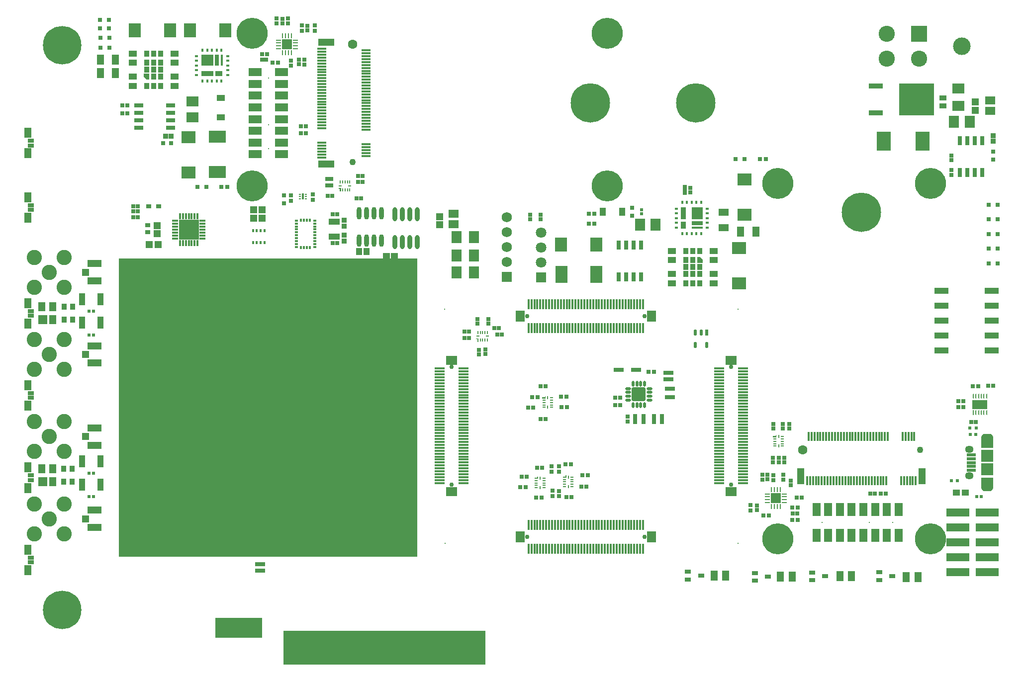
<source format=gts>
G04*
G04 #@! TF.GenerationSoftware,Altium Limited,Altium Designer,24.4.1 (13)*
G04*
G04 Layer_Color=8388736*
%FSLAX44Y44*%
%MOMM*%
G71*
G04*
G04 #@! TF.SameCoordinates,F083C6BF-E510-45A8-8405-167EEE42A30D*
G04*
G04*
G04 #@! TF.FilePolarity,Negative*
G04*
G01*
G75*
%ADD47R,0.5321X1.0383*%
G04:AMPARAMS|DCode=48|XSize=1.0383mm|YSize=0.5321mm|CornerRadius=0.2661mm|HoleSize=0mm|Usage=FLASHONLY|Rotation=270.000|XOffset=0mm|YOffset=0mm|HoleType=Round|Shape=RoundedRectangle|*
%AMROUNDEDRECTD48*
21,1,1.0383,0.0000,0,0,270.0*
21,1,0.5061,0.5321,0,0,270.0*
1,1,0.5321,0.0000,-0.2531*
1,1,0.5321,0.0000,0.2531*
1,1,0.5321,0.0000,0.2531*
1,1,0.5321,0.0000,-0.2531*
%
%ADD48ROUNDEDRECTD48*%
%ADD54R,0.3500X0.5000*%
%ADD59R,0.9000X0.7500*%
%ADD63R,0.9000X0.8000*%
%ADD70R,1.1546X1.7062*%
%ADD71R,1.1000X1.3500*%
%ADD72R,1.9900X2.3300*%
%ADD73R,0.7393X0.6725*%
%ADD75R,0.9000X1.0000*%
%ADD76C,0.7413*%
%ADD77R,1.4000X1.0000*%
G04:AMPARAMS|DCode=78|XSize=1.55mm|YSize=0.6mm|CornerRadius=0.051mm|HoleSize=0mm|Usage=FLASHONLY|Rotation=90.000|XOffset=0mm|YOffset=0mm|HoleType=Round|Shape=RoundedRectangle|*
%AMROUNDEDRECTD78*
21,1,1.5500,0.4980,0,0,90.0*
21,1,1.4480,0.6000,0,0,90.0*
1,1,0.1020,0.2490,0.7240*
1,1,0.1020,0.2490,-0.7240*
1,1,0.1020,-0.2490,-0.7240*
1,1,0.1020,-0.2490,0.7240*
%
%ADD78ROUNDEDRECTD78*%
%ADD79R,0.6682X0.6725*%
%ADD80R,2.4000X3.3000*%
%ADD81R,0.5000X0.5000*%
%ADD82R,1.3061X1.0582*%
%ADD83R,0.4750X0.5000*%
%ADD84R,2.4400X1.1300*%
%ADD85R,0.2225X0.8397*%
G04:AMPARAMS|DCode=86|XSize=0.8397mm|YSize=0.2225mm|CornerRadius=0.1112mm|HoleSize=0mm|Usage=FLASHONLY|Rotation=90.000|XOffset=0mm|YOffset=0mm|HoleType=Round|Shape=RoundedRectangle|*
%AMROUNDEDRECTD86*
21,1,0.8397,0.0000,0,0,90.0*
21,1,0.6172,0.2225,0,0,90.0*
1,1,0.2225,0.0000,0.3086*
1,1,0.2225,0.0000,-0.3086*
1,1,0.2225,0.0000,-0.3086*
1,1,0.2225,0.0000,0.3086*
%
%ADD86ROUNDEDRECTD86*%
%ADD92R,1.9000X1.1000*%
%ADD93R,0.8890X1.2954*%
%ADD94R,0.8890X2.1082*%
%ADD95R,1.8796X2.1082*%
%ADD96R,1.8796X0.6604*%
%ADD97R,1.8796X0.3556*%
%ADD98R,0.3302X0.5080*%
%ADD99R,0.5080X0.3302*%
%ADD102R,5.9182X5.5118*%
%ADD103R,2.4892X0.9398*%
%ADD104R,3.0000X2.0000*%
%ADD105R,2.3300X1.9900*%
%ADD106R,0.3000X1.5500*%
%ADD107R,1.2000X2.7500*%
%ADD108R,0.8128X0.2540*%
%ADD109R,0.2540X0.8128*%
%ADD110R,1.8034X1.8034*%
%ADD111R,0.8000X0.8000*%
%ADD116R,0.5811X0.5121*%
G04:AMPARAMS|DCode=118|XSize=1.55mm|YSize=0.6mm|CornerRadius=0.051mm|HoleSize=0mm|Usage=FLASHONLY|Rotation=0.000|XOffset=0mm|YOffset=0mm|HoleType=Round|Shape=RoundedRectangle|*
%AMROUNDEDRECTD118*
21,1,1.5500,0.4980,0,0,0.0*
21,1,1.4480,0.6000,0,0,0.0*
1,1,0.1020,0.7240,-0.2490*
1,1,0.1020,-0.7240,-0.2490*
1,1,0.1020,-0.7240,0.2490*
1,1,0.1020,0.7240,0.2490*
%
%ADD118ROUNDEDRECTD118*%
%ADD120R,0.7000X0.7000*%
%ADD122R,0.7000X0.7000*%
%ADD125R,0.3700X0.2400*%
%ADD126R,0.4000X1.0800*%
%ADD131R,1.5500X0.3000*%
%ADD132R,2.7500X1.2000*%
%ADD133R,1.2954X0.8890*%
%ADD134R,2.1082X0.8890*%
%ADD135R,2.1082X1.8796*%
%ADD136R,0.6604X1.8796*%
%ADD137R,0.3556X1.8796*%
%ADD138R,0.7154X0.6725*%
%ADD139R,0.5121X0.5811*%
%ADD140R,1.7062X1.1546*%
%ADD141R,2.0000X3.0000*%
%ADD143R,1.3500X1.1000*%
%ADD144R,0.6725X0.7393*%
%ADD145R,0.6725X0.7154*%
%ADD148R,0.5250X0.4000*%
%ADD149R,0.5250X0.4000*%
%ADD150R,0.3000X0.5250*%
%ADD151R,0.3000X0.5250*%
%ADD152R,8.0000X3.4500*%
%ADD153R,34.4000X5.8500*%
%ADD154R,1.7531X0.4531*%
%ADD155R,1.9032X1.5532*%
%ADD156R,1.5532X1.9032*%
%ADD157R,0.4531X1.7531*%
%ADD158R,1.6532X1.3532*%
%ADD159R,1.1032X0.7032*%
%ADD160R,1.2032X0.9232*%
%ADD161R,0.9144X4.3942*%
%ADD162R,0.9144X3.4036*%
%ADD163R,1.1532X1.6532*%
%ADD164R,0.8532X0.8032*%
%ADD165R,1.0032X1.1532*%
%ADD166O,0.8032X2.4032*%
%ADD167O,0.8032X2.1032*%
%ADD168R,2.0032X0.4532*%
%ADD169R,1.2032X1.6032*%
%ADD170R,1.6032X1.6032*%
%ADD171R,1.3232X2.3082*%
%ADD172R,1.2532X1.2032*%
%ADD173R,2.4032X1.2532*%
%ADD174R,0.9032X1.1032*%
%ADD175R,1.1532X1.1532*%
%ADD176R,1.1032X0.4632*%
%ADD177R,0.4632X1.1032*%
%ADD178R,3.4532X3.4532*%
%ADD179R,1.0532X0.5032*%
%ADD180R,1.6532X2.1032*%
%ADD181R,1.7032X2.0532*%
%ADD182R,2.5500X1.6500*%
%ADD183R,0.6532X0.6532*%
%ADD184R,0.9232X0.9232*%
%ADD185R,3.8832X1.4732*%
G04:AMPARAMS|DCode=186|XSize=0.5032mm|YSize=0.9532mm|CornerRadius=0.1511mm|HoleSize=0mm|Usage=FLASHONLY|Rotation=180.000|XOffset=0mm|YOffset=0mm|HoleType=Round|Shape=RoundedRectangle|*
%AMROUNDEDRECTD186*
21,1,0.5032,0.6510,0,0,180.0*
21,1,0.2010,0.9532,0,0,180.0*
1,1,0.3022,-0.1005,0.3255*
1,1,0.3022,0.1005,0.3255*
1,1,0.3022,0.1005,-0.3255*
1,1,0.3022,-0.1005,-0.3255*
%
%ADD186ROUNDEDRECTD186*%
G04:AMPARAMS|DCode=187|XSize=0.5032mm|YSize=0.9532mm|CornerRadius=0.1511mm|HoleSize=0mm|Usage=FLASHONLY|Rotation=90.000|XOffset=0mm|YOffset=0mm|HoleType=Round|Shape=RoundedRectangle|*
%AMROUNDEDRECTD187*
21,1,0.5032,0.6510,0,0,90.0*
21,1,0.2010,0.9532,0,0,90.0*
1,1,0.3022,0.3255,0.1005*
1,1,0.3022,0.3255,-0.1005*
1,1,0.3022,-0.3255,-0.1005*
1,1,0.3022,-0.3255,0.1005*
%
%ADD187ROUNDEDRECTD187*%
G04:AMPARAMS|DCode=188|XSize=2.3032mm|YSize=2.3032mm|CornerRadius=0.1541mm|HoleSize=0mm|Usage=FLASHONLY|Rotation=90.000|XOffset=0mm|YOffset=0mm|HoleType=Round|Shape=RoundedRectangle|*
%AMROUNDEDRECTD188*
21,1,2.3032,1.9950,0,0,90.0*
21,1,1.9950,2.3032,0,0,90.0*
1,1,0.3082,0.9975,0.9975*
1,1,0.3082,0.9975,-0.9975*
1,1,0.3082,-0.9975,-0.9975*
1,1,0.3082,-0.9975,0.9975*
%
%ADD188ROUNDEDRECTD188*%
%ADD189R,2.1032X2.0032*%
%ADD190R,1.5532X0.6032*%
%ADD191C,0.1800*%
%ADD192R,0.6000X0.2000*%
%ADD193R,0.2000X0.6000*%
%ADD194R,1.0032X0.7032*%
%ADD195R,1.2032X1.7032*%
%ADD196R,0.6532X0.6532*%
%ADD197R,0.7532X0.7532*%
%ADD198R,0.8032X0.8532*%
%ADD199R,0.8832X0.8432*%
%ADD200R,1.2532X1.3032*%
%ADD201R,0.8432X0.8832*%
%ADD202R,1.3032X1.2532*%
%ADD203R,2.3082X1.3232*%
%ADD204R,0.7032X0.6532*%
%ADD205R,0.6000X0.2000*%
%ADD206R,0.2000X0.6000*%
%ADD207R,0.6532X0.7032*%
%ADD208R,0.7532X0.7532*%
%ADD209R,2.0532X1.7032*%
%ADD210R,2.1032X1.6532*%
%ADD211R,2.1032X1.7782*%
%ADD212C,0.7534*%
%ADD213C,2.5882*%
%ADD214C,6.2992*%
%ADD215C,2.7432*%
%ADD216C,0.2032*%
%ADD217C,2.7500*%
%ADD218R,2.7500X2.7500*%
%ADD219C,2.9972*%
%ADD220C,1.7532*%
%ADD221R,1.7532X1.7532*%
%ADD222C,1.8032*%
%ADD223R,1.8032X1.8032*%
%ADD224O,2.1032X1.4032*%
%ADD225O,1.4532X1.2532*%
%ADD226C,1.1000*%
%ADD227C,1.6000*%
%ADD228C,6.7032*%
%ADD229C,6.5532*%
%ADD230R,0.2032X0.2032*%
%ADD231C,5.2832*%
G36*
X223500Y998000D02*
X219000D01*
X214500Y1002500D01*
Y1008000D01*
X223500D01*
Y998000D01*
D02*
G37*
G36*
X550000Y807500D02*
X548000D01*
Y812000D01*
X546000D01*
Y813500D01*
X550000D01*
Y807500D01*
D02*
G37*
G36*
X1165500Y691500D02*
Y686000D01*
X1156500D01*
Y696000D01*
X1161000D01*
X1165500Y691500D01*
D02*
G37*
G36*
X784000Y551500D02*
X782000D01*
Y556000D01*
X780000D01*
Y557500D01*
X784000D01*
Y551500D01*
D02*
G37*
G36*
X898500Y455000D02*
X892500D01*
Y457000D01*
X897000D01*
Y459000D01*
X898500D01*
Y455000D01*
D02*
G37*
G36*
X1291500Y389000D02*
X1285500D01*
Y391000D01*
X1290000D01*
Y393000D01*
X1291500D01*
Y389000D01*
D02*
G37*
G36*
X933500Y320000D02*
X927500D01*
Y322000D01*
X932000D01*
Y324000D01*
X933500D01*
Y320000D01*
D02*
G37*
G36*
X885500Y318000D02*
X879500D01*
Y320000D01*
X884000D01*
Y322000D01*
X885500D01*
Y318000D01*
D02*
G37*
G36*
X679500Y185500D02*
X172000D01*
Y693000D01*
X679500D01*
Y185500D01*
D02*
G37*
D47*
X1172383Y567662D02*
D03*
D48*
X1153382D02*
D03*
X1172383Y546338D02*
D03*
X1153382D02*
D03*
X1162883Y567662D02*
D03*
D54*
X413071Y720741D02*
D03*
X419571D02*
D03*
Y741241D02*
D03*
X413071D02*
D03*
X406571D02*
D03*
X400071D02*
D03*
X406571Y720741D02*
D03*
X400071D02*
D03*
D59*
X220853Y738025D02*
D03*
Y750025D02*
D03*
D63*
X239853Y782525D02*
D03*
X222853D02*
D03*
D70*
X1230484Y739000D02*
D03*
X1256000D02*
D03*
X140242Y1009000D02*
D03*
X165758D02*
D03*
X140242Y1032000D02*
D03*
X165758D02*
D03*
D71*
X1028500Y773000D02*
D03*
X995500D02*
D03*
D72*
X924800Y717000D02*
D03*
X985000D02*
D03*
X353100Y1082000D02*
D03*
X292900D02*
D03*
X259100Y1082000D02*
D03*
X198900D02*
D03*
D73*
X981027Y769500D02*
D03*
X971695D02*
D03*
D75*
X1137000Y691000D02*
D03*
X1149000D02*
D03*
X1137000Y667000D02*
D03*
X1149000D02*
D03*
X1161000D02*
D03*
X1137000Y679000D02*
D03*
X1149000D02*
D03*
X1161000D02*
D03*
Y651500D02*
D03*
X1149000D02*
D03*
X1137000D02*
D03*
Y706500D02*
D03*
X1149000D02*
D03*
X1161000D02*
D03*
X243000Y1003000D02*
D03*
Y1027000D02*
D03*
X231000D02*
D03*
X219000D02*
D03*
X243000Y1015000D02*
D03*
X219000D02*
D03*
Y1042500D02*
D03*
X231000D02*
D03*
X243000D02*
D03*
Y987500D02*
D03*
X231000D02*
D03*
X219000D02*
D03*
X231000Y1015000D02*
D03*
Y1003000D02*
D03*
D76*
X1160620Y690556D02*
D03*
X219380Y1003444D02*
D03*
D77*
X1113500Y651500D02*
D03*
Y667000D02*
D03*
Y691000D02*
D03*
Y706500D02*
D03*
X1184500Y667000D02*
D03*
Y651500D02*
D03*
Y691000D02*
D03*
Y706500D02*
D03*
X266500Y1042500D02*
D03*
Y1027000D02*
D03*
Y1003000D02*
D03*
Y987500D02*
D03*
X195500Y1027000D02*
D03*
Y1042500D02*
D03*
Y1003000D02*
D03*
Y987500D02*
D03*
D78*
X1022630Y662000D02*
D03*
X1035330D02*
D03*
X1060730Y716000D02*
D03*
X1048030D02*
D03*
X1035330D02*
D03*
X1022630D02*
D03*
X1048030Y662000D02*
D03*
X1060730D02*
D03*
X1642050Y840000D02*
D03*
X1629350D02*
D03*
X1603950Y894000D02*
D03*
X1616650D02*
D03*
X1629350D02*
D03*
X1642050D02*
D03*
X1616650Y840000D02*
D03*
X1603950D02*
D03*
D79*
X1262979Y863000D02*
D03*
X1273021D02*
D03*
X356021Y815000D02*
D03*
X345979D02*
D03*
D80*
X1474000Y893000D02*
D03*
X1540000D02*
D03*
D81*
X1631000Y394000D02*
D03*
X1621000D02*
D03*
X1589000Y315000D02*
D03*
X1599000D02*
D03*
D82*
X1597239Y295000D02*
D03*
X1612761D02*
D03*
D83*
X1620875Y405000D02*
D03*
X1631125D02*
D03*
D84*
X1658000Y536700D02*
D03*
Y562100D02*
D03*
Y587500D02*
D03*
Y612900D02*
D03*
Y638300D02*
D03*
X1572000D02*
D03*
Y612900D02*
D03*
Y587500D02*
D03*
Y562100D02*
D03*
Y536700D02*
D03*
D85*
X1626500Y430690D02*
D03*
D86*
X1631000D02*
D03*
X1635500D02*
D03*
X1640000D02*
D03*
X1644500D02*
D03*
X1649000D02*
D03*
Y459000D02*
D03*
X1644500D02*
D03*
X1640000D02*
D03*
X1635500D02*
D03*
X1631000D02*
D03*
X1626500D02*
D03*
D92*
X538591Y756000D02*
D03*
Y731000D02*
D03*
D93*
X1133000Y750250D02*
D03*
D94*
Y770250D02*
D03*
D95*
X1156100D02*
D03*
D96*
Y753650D02*
D03*
D97*
Y745550D02*
D03*
D98*
X1163000Y735834D02*
D03*
X1155000D02*
D03*
X1147000D02*
D03*
X1139000D02*
D03*
X1131000D02*
D03*
Y788666D02*
D03*
X1139000D02*
D03*
X1147000D02*
D03*
X1155000D02*
D03*
X1163000D02*
D03*
X346416Y995584D02*
D03*
X338416D02*
D03*
X330416D02*
D03*
X322416D02*
D03*
X314416D02*
D03*
Y1048416D02*
D03*
X322416D02*
D03*
X330416D02*
D03*
X338416D02*
D03*
X346416D02*
D03*
D99*
X1120584Y746250D02*
D03*
Y754250D02*
D03*
Y762250D02*
D03*
Y770250D02*
D03*
Y778250D02*
D03*
X1173416D02*
D03*
Y770250D02*
D03*
Y762250D02*
D03*
Y754250D02*
D03*
Y746250D02*
D03*
X356832Y1038000D02*
D03*
Y1030000D02*
D03*
Y1022000D02*
D03*
Y1014000D02*
D03*
Y1006000D02*
D03*
X304000D02*
D03*
Y1014000D02*
D03*
Y1022000D02*
D03*
Y1030000D02*
D03*
Y1038000D02*
D03*
D102*
X1529653Y964000D02*
D03*
D103*
X1460438Y941140D02*
D03*
Y986860D02*
D03*
D104*
X339124Y840590D02*
D03*
Y900590D02*
D03*
D105*
X1228000Y650900D02*
D03*
Y711100D02*
D03*
X1237000Y767900D02*
D03*
Y828100D02*
D03*
X290000Y900100D02*
D03*
Y839900D02*
D03*
D106*
X1528500Y315000D02*
D03*
X1523500D02*
D03*
X1518500D02*
D03*
X1513500D02*
D03*
X1508500D02*
D03*
X1503500D02*
D03*
X1526000Y390500D02*
D03*
X1521000D02*
D03*
X1516000D02*
D03*
X1511000D02*
D03*
X1506000D02*
D03*
X1478500Y315000D02*
D03*
X1476000Y390500D02*
D03*
X1473500Y315000D02*
D03*
X1471000Y390500D02*
D03*
X1468500Y315000D02*
D03*
X1466000Y390500D02*
D03*
X1463500Y315000D02*
D03*
X1461000Y390500D02*
D03*
X1458500Y315000D02*
D03*
X1456000Y390500D02*
D03*
X1453500Y315000D02*
D03*
X1451000Y390500D02*
D03*
X1448500Y315000D02*
D03*
X1446000Y390500D02*
D03*
X1443500Y315000D02*
D03*
X1441000Y390500D02*
D03*
X1438500Y315000D02*
D03*
X1436000Y390500D02*
D03*
X1433500Y315000D02*
D03*
X1431000Y390500D02*
D03*
X1428500Y315000D02*
D03*
X1426000Y390500D02*
D03*
X1423500Y315000D02*
D03*
X1421000Y390500D02*
D03*
X1418500Y315000D02*
D03*
X1416000Y390500D02*
D03*
X1413500Y315000D02*
D03*
X1411000Y390500D02*
D03*
X1408500Y315000D02*
D03*
X1406000Y390500D02*
D03*
X1403500Y315000D02*
D03*
X1401000Y390500D02*
D03*
X1398500Y315000D02*
D03*
X1396000Y390500D02*
D03*
X1393500Y315000D02*
D03*
X1391000Y390500D02*
D03*
X1388500Y315000D02*
D03*
X1386000Y390500D02*
D03*
X1383500Y315000D02*
D03*
X1381000Y390500D02*
D03*
X1378500Y315000D02*
D03*
X1376000Y390500D02*
D03*
X1373500Y315000D02*
D03*
X1371000Y390500D02*
D03*
X1368500Y315000D02*
D03*
X1366000Y390500D02*
D03*
X1363500Y315000D02*
D03*
X1361000Y390500D02*
D03*
X1358500Y315000D02*
D03*
X1356000Y390500D02*
D03*
X1353500Y315000D02*
D03*
X1351000Y390500D02*
D03*
X1348500Y315000D02*
D03*
X1346000Y390500D02*
D03*
X1343500Y315000D02*
D03*
X1481000Y390500D02*
D03*
D107*
X1539500Y322750D02*
D03*
X1332500D02*
D03*
D108*
X443522Y1065500D02*
D03*
Y1060500D02*
D03*
Y1055500D02*
D03*
Y1050500D02*
D03*
X472478D02*
D03*
Y1055500D02*
D03*
Y1060500D02*
D03*
Y1065500D02*
D03*
X1304478Y292500D02*
D03*
Y287500D02*
D03*
Y282500D02*
D03*
Y277500D02*
D03*
X1275522D02*
D03*
Y282500D02*
D03*
Y287500D02*
D03*
Y292500D02*
D03*
D109*
X450500Y1043522D02*
D03*
X455500D02*
D03*
X460500D02*
D03*
X465500D02*
D03*
Y1072478D02*
D03*
X460500D02*
D03*
X455500D02*
D03*
X450500D02*
D03*
X1282500Y299478D02*
D03*
X1287500D02*
D03*
X1292500D02*
D03*
X1297500D02*
D03*
Y270522D02*
D03*
X1292500D02*
D03*
X1287500D02*
D03*
X1282500D02*
D03*
D110*
X458000Y1058000D02*
D03*
X1290000Y285000D02*
D03*
D111*
X1652500Y785000D02*
D03*
X1667500D02*
D03*
Y735000D02*
D03*
X1652500D02*
D03*
X1667500Y710000D02*
D03*
X1652500D02*
D03*
X1667500Y685000D02*
D03*
X1652500D02*
D03*
X140000Y1100000D02*
D03*
X155000D02*
D03*
X1652500Y760000D02*
D03*
X1667500D02*
D03*
X1237000Y863000D02*
D03*
X1222000D02*
D03*
X305500Y815000D02*
D03*
X320500D02*
D03*
X155500Y1052000D02*
D03*
X140500D02*
D03*
X155500Y1069500D02*
D03*
X140500D02*
D03*
X155000Y1085000D02*
D03*
X140000D02*
D03*
D116*
X121345Y328000D02*
D03*
X128655D02*
D03*
Y563000D02*
D03*
X121345D02*
D03*
X128655Y288000D02*
D03*
X121345D02*
D03*
X128655Y604000D02*
D03*
X121345D02*
D03*
X1639655Y288000D02*
D03*
X1632345D02*
D03*
D118*
X205500Y954050D02*
D03*
Y941350D02*
D03*
X259500Y915950D02*
D03*
Y928650D02*
D03*
Y941350D02*
D03*
X205500Y928650D02*
D03*
Y915950D02*
D03*
X259500Y954050D02*
D03*
D120*
X247000Y890000D02*
D03*
X261000D02*
D03*
D122*
X1660000Y861870D02*
D03*
Y875870D02*
D03*
X1046000Y766000D02*
D03*
Y780000D02*
D03*
X453000Y787000D02*
D03*
Y801000D02*
D03*
D125*
X479850Y803026D02*
D03*
Y799026D02*
D03*
Y795026D02*
D03*
X490150D02*
D03*
Y799026D02*
D03*
Y803026D02*
D03*
D126*
X485000Y799026D02*
D03*
D131*
X592750Y913000D02*
D03*
X517250Y1050500D02*
D03*
X592750Y1048000D02*
D03*
X517250Y1045500D02*
D03*
X592750Y1043000D02*
D03*
X517250Y1040500D02*
D03*
X592750Y1038000D02*
D03*
X517250Y1035500D02*
D03*
X592750Y1033000D02*
D03*
X517250Y1030500D02*
D03*
X592750Y1028000D02*
D03*
X517250Y1025500D02*
D03*
X592750Y1023000D02*
D03*
X517250Y1020500D02*
D03*
X592750Y1018000D02*
D03*
X517250Y1015500D02*
D03*
X592750Y1013000D02*
D03*
X517250Y1010500D02*
D03*
X592750Y1008000D02*
D03*
X517250Y1005500D02*
D03*
X592750Y1003000D02*
D03*
X517250Y1000500D02*
D03*
X592750Y998000D02*
D03*
X517250Y995500D02*
D03*
X592750Y993000D02*
D03*
X517250Y990500D02*
D03*
X592750Y988000D02*
D03*
X517250Y985500D02*
D03*
X592750Y983000D02*
D03*
X517250Y980500D02*
D03*
X592750Y978000D02*
D03*
X517250Y975500D02*
D03*
X592750Y973000D02*
D03*
X517250Y970500D02*
D03*
X592750Y968000D02*
D03*
X517250Y965500D02*
D03*
X592750Y963000D02*
D03*
X517250Y960500D02*
D03*
X592750Y958000D02*
D03*
X517250Y955500D02*
D03*
X592750Y953000D02*
D03*
X517250Y950500D02*
D03*
X592750Y948000D02*
D03*
X517250Y945500D02*
D03*
X592750Y943000D02*
D03*
X517250Y940500D02*
D03*
X592750Y938000D02*
D03*
X517250Y935500D02*
D03*
X592750Y933000D02*
D03*
X517250Y930500D02*
D03*
X592750Y928000D02*
D03*
X517250Y925500D02*
D03*
X592750Y923000D02*
D03*
X517250Y920500D02*
D03*
X592750Y918000D02*
D03*
X517250Y915500D02*
D03*
X592750Y888000D02*
D03*
Y883000D02*
D03*
Y878000D02*
D03*
Y873000D02*
D03*
Y868000D02*
D03*
X517250Y890500D02*
D03*
Y885500D02*
D03*
Y880500D02*
D03*
Y875500D02*
D03*
Y870500D02*
D03*
Y865500D02*
D03*
D132*
X525000Y1061500D02*
D03*
Y854500D02*
D03*
D133*
X342416Y1008000D02*
D03*
D134*
X322416D02*
D03*
D135*
Y1031100D02*
D03*
D136*
X339016D02*
D03*
D137*
X347116D02*
D03*
D138*
X981146Y752500D02*
D03*
X971575D02*
D03*
D139*
X1062000Y769345D02*
D03*
Y776655D02*
D03*
D140*
X1201000Y771758D02*
D03*
Y746242D02*
D03*
D141*
X925000Y666000D02*
D03*
X985000D02*
D03*
D143*
X345000Y966500D02*
D03*
Y933500D02*
D03*
D144*
X502000Y802666D02*
D03*
Y793334D02*
D03*
D145*
X465000Y791214D02*
D03*
Y800786D02*
D03*
D148*
X473966Y758000D02*
D03*
X473966Y748000D02*
D03*
X473966Y738000D02*
D03*
Y733000D02*
D03*
X473966Y723000D02*
D03*
X473966Y713000D02*
D03*
X505216Y758000D02*
D03*
X505216Y748000D02*
D03*
X505216Y738000D02*
D03*
Y733000D02*
D03*
X505216Y723000D02*
D03*
X505216Y713000D02*
D03*
D149*
X473966Y753000D02*
D03*
Y743000D02*
D03*
Y728000D02*
D03*
Y718000D02*
D03*
X505216Y753000D02*
D03*
Y743000D02*
D03*
Y728000D02*
D03*
Y718000D02*
D03*
D150*
X497091Y758625D02*
D03*
X482091D02*
D03*
Y712375D02*
D03*
X497091D02*
D03*
D151*
X492091Y758625D02*
D03*
X487091D02*
D03*
X487091Y712375D02*
D03*
X492091D02*
D03*
D152*
X376000Y64626D02*
D03*
D153*
X624000Y30626D02*
D03*
D154*
X1234624Y315932D02*
D03*
X1194126Y450930D02*
D03*
Y315932D02*
D03*
Y310930D02*
D03*
X1234624D02*
D03*
Y335932D02*
D03*
Y360930D02*
D03*
Y385932D02*
D03*
Y410930D02*
D03*
Y435931D02*
D03*
Y460930D02*
D03*
Y485931D02*
D03*
X1194126Y335932D02*
D03*
Y360930D02*
D03*
Y385932D02*
D03*
Y410930D02*
D03*
Y435931D02*
D03*
Y460930D02*
D03*
Y485931D02*
D03*
Y320930D02*
D03*
X1234624D02*
D03*
X1194126Y455931D02*
D03*
X1234624Y420930D02*
D03*
Y405932D02*
D03*
X1194126Y465931D02*
D03*
X1234624Y505931D02*
D03*
X1194126Y480930D02*
D03*
Y505931D02*
D03*
Y490930D02*
D03*
X1234624Y390930D02*
D03*
Y425932D02*
D03*
Y500930D02*
D03*
X1194126Y495931D02*
D03*
X1234624Y395932D02*
D03*
Y480930D02*
D03*
Y465931D02*
D03*
Y490930D02*
D03*
Y415932D02*
D03*
Y400930D02*
D03*
Y430930D02*
D03*
Y445931D02*
D03*
Y450930D02*
D03*
Y475931D02*
D03*
Y440930D02*
D03*
X1194126Y500930D02*
D03*
X1234624Y495931D02*
D03*
X1194126Y475931D02*
D03*
X1234624Y375932D02*
D03*
Y380930D02*
D03*
Y470930D02*
D03*
Y455931D02*
D03*
X1194126Y440930D02*
D03*
Y445931D02*
D03*
X1234624Y345932D02*
D03*
X1194126Y405932D02*
D03*
Y395932D02*
D03*
X1234624Y330930D02*
D03*
X1194126Y420930D02*
D03*
Y380930D02*
D03*
Y370930D02*
D03*
Y350930D02*
D03*
X1234624Y340930D02*
D03*
Y365932D02*
D03*
X1194126Y415932D02*
D03*
Y470930D02*
D03*
Y340930D02*
D03*
Y330930D02*
D03*
X1234624Y325932D02*
D03*
Y355932D02*
D03*
Y370930D02*
D03*
Y350930D02*
D03*
X1194126Y390930D02*
D03*
Y400930D02*
D03*
Y345932D02*
D03*
Y375932D02*
D03*
Y355932D02*
D03*
Y325932D02*
D03*
Y365932D02*
D03*
Y430930D02*
D03*
Y425932D02*
D03*
X717899Y500955D02*
D03*
X758397Y365956D02*
D03*
Y500955D02*
D03*
Y505956D02*
D03*
X717899D02*
D03*
Y480955D02*
D03*
Y455956D02*
D03*
Y430955D02*
D03*
Y405956D02*
D03*
Y380955D02*
D03*
Y355956D02*
D03*
Y330955D02*
D03*
X758397Y480955D02*
D03*
Y455956D02*
D03*
Y430955D02*
D03*
Y405956D02*
D03*
Y380955D02*
D03*
Y355956D02*
D03*
Y330955D02*
D03*
Y495956D02*
D03*
X717899D02*
D03*
X758397Y360955D02*
D03*
X717899Y395956D02*
D03*
Y410955D02*
D03*
X758397Y350955D02*
D03*
X717899Y310955D02*
D03*
X758397Y335956D02*
D03*
Y310955D02*
D03*
Y325956D02*
D03*
X717899Y425956D02*
D03*
Y390955D02*
D03*
Y315956D02*
D03*
X758397Y320955D02*
D03*
X717899Y420955D02*
D03*
Y335956D02*
D03*
Y350955D02*
D03*
Y325956D02*
D03*
Y400955D02*
D03*
Y415956D02*
D03*
Y385956D02*
D03*
Y370955D02*
D03*
Y365956D02*
D03*
Y340955D02*
D03*
Y375956D02*
D03*
X758397Y315956D02*
D03*
X717899Y320955D02*
D03*
X758397Y340955D02*
D03*
X717899Y440955D02*
D03*
Y435956D02*
D03*
Y345956D02*
D03*
Y360955D02*
D03*
X758397Y375956D02*
D03*
Y370955D02*
D03*
X717899Y470955D02*
D03*
X758397Y410955D02*
D03*
Y420955D02*
D03*
X717899Y485956D02*
D03*
X758397Y395956D02*
D03*
Y435956D02*
D03*
Y445956D02*
D03*
Y465956D02*
D03*
X717899Y475956D02*
D03*
Y450955D02*
D03*
X758397Y400955D02*
D03*
Y345956D02*
D03*
Y475956D02*
D03*
Y485956D02*
D03*
X717899Y490955D02*
D03*
Y460955D02*
D03*
Y445956D02*
D03*
Y465956D02*
D03*
X758397Y425956D02*
D03*
Y415956D02*
D03*
Y470955D02*
D03*
Y440955D02*
D03*
Y460955D02*
D03*
Y490955D02*
D03*
Y450955D02*
D03*
Y385956D02*
D03*
Y390955D02*
D03*
D155*
X1214261Y296693D02*
D03*
Y520193D02*
D03*
X738261D02*
D03*
Y296693D02*
D03*
D156*
X855011Y595193D02*
D03*
X1078511D02*
D03*
Y219193D02*
D03*
X855011D02*
D03*
D157*
X949273Y575058D02*
D03*
X944274D02*
D03*
X1009273D02*
D03*
X1049273D02*
D03*
X1019273D02*
D03*
X999273D02*
D03*
X1029273D02*
D03*
X974274D02*
D03*
X984274D02*
D03*
X1024274Y615556D02*
D03*
X1004274D02*
D03*
X1019273D02*
D03*
X1049273D02*
D03*
X1044274Y575058D02*
D03*
X1034274D02*
D03*
X904275D02*
D03*
X959273D02*
D03*
X1009273Y615556D02*
D03*
X1034274D02*
D03*
X1024274Y575058D02*
D03*
X1004274D02*
D03*
X994274D02*
D03*
X954274D02*
D03*
X1044274Y615556D02*
D03*
X979273Y575058D02*
D03*
X969273D02*
D03*
X1029273Y615556D02*
D03*
X929273Y575058D02*
D03*
X934274D02*
D03*
X919273Y615556D02*
D03*
X904275D02*
D03*
X994274D02*
D03*
X999273D02*
D03*
X899273Y575058D02*
D03*
X879273Y615556D02*
D03*
X874275Y575058D02*
D03*
X934274Y615556D02*
D03*
X899273D02*
D03*
X924274D02*
D03*
X929273D02*
D03*
X944274D02*
D03*
X974274D02*
D03*
X959273D02*
D03*
X884275D02*
D03*
X909273D02*
D03*
X894275D02*
D03*
X979273D02*
D03*
X879273Y575058D02*
D03*
X874275Y615556D02*
D03*
X949273D02*
D03*
X984274D02*
D03*
X884275Y575058D02*
D03*
X869273D02*
D03*
X894275D02*
D03*
X869273Y615556D02*
D03*
X909273Y575058D02*
D03*
X969273Y615556D02*
D03*
X954274D02*
D03*
X919273Y575058D02*
D03*
X1054274Y615556D02*
D03*
Y575058D02*
D03*
X889273D02*
D03*
X914274D02*
D03*
X939273D02*
D03*
X964274D02*
D03*
X989273D02*
D03*
X1014274D02*
D03*
X1039273D02*
D03*
X889273Y615556D02*
D03*
X914274D02*
D03*
X939273D02*
D03*
X964274D02*
D03*
X989273D02*
D03*
X1014274D02*
D03*
X1039273D02*
D03*
X1064274D02*
D03*
Y575058D02*
D03*
X1059273D02*
D03*
X924274D02*
D03*
X1059273Y615556D02*
D03*
X984249Y239329D02*
D03*
X989248D02*
D03*
X924250D02*
D03*
X884250D02*
D03*
X914250D02*
D03*
X934250D02*
D03*
X904250D02*
D03*
X959248D02*
D03*
X949248D02*
D03*
X909248Y198831D02*
D03*
X929248D02*
D03*
X914250D02*
D03*
X884250D02*
D03*
X889249Y239329D02*
D03*
X899248D02*
D03*
X1029248D02*
D03*
X974250D02*
D03*
X924250Y198831D02*
D03*
X899248D02*
D03*
X909248Y239329D02*
D03*
X929248D02*
D03*
X939248D02*
D03*
X979248D02*
D03*
X889249Y198831D02*
D03*
X954250Y239329D02*
D03*
X964250D02*
D03*
X904250Y198831D02*
D03*
X1004249Y239329D02*
D03*
X999248D02*
D03*
X1014249Y198831D02*
D03*
X1029248D02*
D03*
X939248D02*
D03*
X934250D02*
D03*
X1034249Y239329D02*
D03*
X1054249Y198831D02*
D03*
X1059248Y239329D02*
D03*
X999248Y198831D02*
D03*
X1034249D02*
D03*
X1009248D02*
D03*
X1004249D02*
D03*
X989248D02*
D03*
X959248D02*
D03*
X974250D02*
D03*
X1049248D02*
D03*
X1024249D02*
D03*
X1039248D02*
D03*
X954250D02*
D03*
X1054249Y239329D02*
D03*
X1059248Y198831D02*
D03*
X984249D02*
D03*
X949248D02*
D03*
X1049248Y239329D02*
D03*
X1064249D02*
D03*
X1039248D02*
D03*
X1064249Y198831D02*
D03*
X1024249Y239329D02*
D03*
X964250Y198831D02*
D03*
X979248D02*
D03*
X1014249Y239329D02*
D03*
X879249Y198831D02*
D03*
Y239329D02*
D03*
X1044249D02*
D03*
X1019248D02*
D03*
X994249D02*
D03*
X969248D02*
D03*
X944250D02*
D03*
X919248D02*
D03*
X894250D02*
D03*
X1044249Y198831D02*
D03*
X1019248D02*
D03*
X994249D02*
D03*
X969248D02*
D03*
X944250D02*
D03*
X919248D02*
D03*
X894250D02*
D03*
X869249D02*
D03*
Y239329D02*
D03*
X874250D02*
D03*
X1009248D02*
D03*
X874250Y198831D02*
D03*
D158*
X741638Y751500D02*
D03*
Y769500D02*
D03*
X1655000Y963000D02*
D03*
Y945000D02*
D03*
D159*
X1351950Y158507D02*
D03*
Y145507D02*
D03*
X1374450Y152007D02*
D03*
X1163110Y153186D02*
D03*
X1140610Y146686D02*
D03*
Y159686D02*
D03*
X1276860Y151186D02*
D03*
X1254360Y144686D02*
D03*
Y157686D02*
D03*
X1488700Y152507D02*
D03*
X1466200Y146007D02*
D03*
Y159007D02*
D03*
D160*
X1575000Y953100D02*
D03*
Y966900D02*
D03*
D161*
X649000Y37376D02*
D03*
X629000D02*
D03*
X599000D02*
D03*
X719000D02*
D03*
X489000D02*
D03*
X519000D02*
D03*
X679000D02*
D03*
X689000D02*
D03*
X729000D02*
D03*
X759000D02*
D03*
X559000D02*
D03*
X509000D02*
D03*
X499000D02*
D03*
X769000D02*
D03*
X589000D02*
D03*
X539000D02*
D03*
X549000D02*
D03*
X609000D02*
D03*
X619000D02*
D03*
X659000D02*
D03*
X669000D02*
D03*
X699000D02*
D03*
X709000D02*
D03*
X739000D02*
D03*
X749000D02*
D03*
X639000D02*
D03*
X529000D02*
D03*
X459000D02*
D03*
X469000D02*
D03*
X479000D02*
D03*
X789000D02*
D03*
D162*
X779000Y42329D02*
D03*
D163*
X1419200Y152007D02*
D03*
X1399200D02*
D03*
X1297860Y151186D02*
D03*
X1317860D02*
D03*
X1184860Y153186D02*
D03*
X1204860D02*
D03*
X1512200Y151007D02*
D03*
X1532200D02*
D03*
D164*
X416250Y162000D02*
D03*
X407750D02*
D03*
X416250Y173000D02*
D03*
X407750D02*
D03*
X1056250Y504000D02*
D03*
X1047750D02*
D03*
X1105750Y472000D02*
D03*
X1114250D02*
D03*
X1105750Y457000D02*
D03*
X1114250D02*
D03*
X1102750Y499000D02*
D03*
X1111250D02*
D03*
X1102750Y488000D02*
D03*
X1111250D02*
D03*
X1027250Y504000D02*
D03*
X1018750D02*
D03*
D165*
X580750Y705000D02*
D03*
X593250D02*
D03*
D166*
X680050Y769000D02*
D03*
X667350D02*
D03*
X654650D02*
D03*
X641950D02*
D03*
X680050Y721000D02*
D03*
X667350D02*
D03*
X654650D02*
D03*
X641950D02*
D03*
D167*
X619050Y770500D02*
D03*
X606350D02*
D03*
X593650D02*
D03*
X580950D02*
D03*
X619050Y723500D02*
D03*
X606350D02*
D03*
X593650D02*
D03*
X580950D02*
D03*
D168*
X606350Y460913D02*
D03*
X646350D02*
D03*
Y455833D02*
D03*
X606350D02*
D03*
X646350Y450753D02*
D03*
X606350D02*
D03*
X646350Y445673D02*
D03*
X606350D02*
D03*
X646350Y440593D02*
D03*
X606350D02*
D03*
X646350Y435513D02*
D03*
X606350D02*
D03*
X646350Y430433D02*
D03*
X606350D02*
D03*
X646350Y425353D02*
D03*
X606350D02*
D03*
X646350Y420273D02*
D03*
X606350D02*
D03*
X646350Y415193D02*
D03*
X606350D02*
D03*
Y460913D02*
D03*
X646350D02*
D03*
Y455833D02*
D03*
X606350D02*
D03*
X646350Y450753D02*
D03*
X606350D02*
D03*
X646350Y445673D02*
D03*
X606350D02*
D03*
X646350Y440593D02*
D03*
X606350D02*
D03*
X646350Y435513D02*
D03*
X606350D02*
D03*
X646350Y430433D02*
D03*
X606350D02*
D03*
X646350Y425353D02*
D03*
X606350D02*
D03*
X646350Y420273D02*
D03*
X606350D02*
D03*
X646350Y415193D02*
D03*
X606350D02*
D03*
D169*
X40500Y335000D02*
D03*
X59500D02*
D03*
Y313000D02*
D03*
Y589000D02*
D03*
Y611000D02*
D03*
X40500D02*
D03*
D170*
X42500Y313000D02*
D03*
Y589000D02*
D03*
D171*
X1439376Y266000D02*
D03*
X1459376D02*
D03*
X1479376D02*
D03*
X1499376D02*
D03*
X1439376Y221550D02*
D03*
X1479376D02*
D03*
X1459376D02*
D03*
X1499376D02*
D03*
X1359376Y266000D02*
D03*
X1459376D02*
D03*
X1479376D02*
D03*
X1499376D02*
D03*
X1439376Y221550D02*
D03*
X1479376D02*
D03*
X1459376D02*
D03*
X1499376D02*
D03*
X1359376D02*
D03*
X1419376D02*
D03*
X1399376D02*
D03*
X1379376D02*
D03*
X1439376Y266000D02*
D03*
X1419376D02*
D03*
X1399376D02*
D03*
X1379376D02*
D03*
D172*
X114750Y250000D02*
D03*
Y530000D02*
D03*
Y390000D02*
D03*
Y670000D02*
D03*
D173*
X130000Y235250D02*
D03*
Y264750D02*
D03*
Y515250D02*
D03*
Y544750D02*
D03*
Y404750D02*
D03*
Y375250D02*
D03*
Y684750D02*
D03*
Y655250D02*
D03*
D174*
X78000Y313000D02*
D03*
X92000D02*
D03*
X79000Y589000D02*
D03*
X93000D02*
D03*
X92000Y335000D02*
D03*
X78000D02*
D03*
X79000Y611000D02*
D03*
X93000D02*
D03*
D175*
X238353Y717525D02*
D03*
X223353D02*
D03*
D176*
X267603Y727525D02*
D03*
Y732525D02*
D03*
Y757525D02*
D03*
Y752525D02*
D03*
Y747525D02*
D03*
Y742525D02*
D03*
Y737525D02*
D03*
X314103Y727525D02*
D03*
Y732525D02*
D03*
Y737525D02*
D03*
Y742525D02*
D03*
Y747525D02*
D03*
Y752525D02*
D03*
Y757525D02*
D03*
D177*
X275853Y719275D02*
D03*
X280853D02*
D03*
X285853D02*
D03*
X290853D02*
D03*
X295853D02*
D03*
X300853D02*
D03*
X305853D02*
D03*
X305853Y765775D02*
D03*
X300853D02*
D03*
X295853D02*
D03*
X290853D02*
D03*
X285853D02*
D03*
X280853D02*
D03*
X275853D02*
D03*
D178*
X290853Y742525D02*
D03*
D179*
X140750Y300500D02*
D03*
Y305500D02*
D03*
Y310500D02*
D03*
Y315500D02*
D03*
X109250D02*
D03*
Y310500D02*
D03*
Y305500D02*
D03*
Y300500D02*
D03*
Y616500D02*
D03*
Y621500D02*
D03*
Y626500D02*
D03*
Y631500D02*
D03*
X140750D02*
D03*
Y626500D02*
D03*
Y621500D02*
D03*
Y616500D02*
D03*
Y576500D02*
D03*
Y581500D02*
D03*
Y586500D02*
D03*
Y591500D02*
D03*
X109250D02*
D03*
Y586500D02*
D03*
Y581500D02*
D03*
Y576500D02*
D03*
X140750Y340500D02*
D03*
Y345500D02*
D03*
Y350500D02*
D03*
Y355500D02*
D03*
X109250D02*
D03*
Y350500D02*
D03*
Y345500D02*
D03*
Y340500D02*
D03*
D180*
X746750Y669500D02*
D03*
X776250D02*
D03*
X746750Y729500D02*
D03*
X776250D02*
D03*
Y698500D02*
D03*
X746750D02*
D03*
D181*
X1058750Y751000D02*
D03*
X1085250D02*
D03*
X1593750Y926000D02*
D03*
X1620250D02*
D03*
D182*
X1637750Y444845D02*
D03*
D183*
X204353Y763525D02*
D03*
X196353D02*
D03*
X178000Y941000D02*
D03*
X186000D02*
D03*
X178000Y954000D02*
D03*
X186000D02*
D03*
X204353Y773525D02*
D03*
X196353D02*
D03*
X204353Y782525D02*
D03*
X196353D02*
D03*
X482000Y919000D02*
D03*
X490000D02*
D03*
X1459000Y293000D02*
D03*
X1451000D02*
D03*
X482000Y907000D02*
D03*
X490000D02*
D03*
X1469000Y293000D02*
D03*
X1477000D02*
D03*
X535591Y719500D02*
D03*
X543591D02*
D03*
X535591Y768500D02*
D03*
X543591D02*
D03*
D184*
X555591Y748400D02*
D03*
Y758600D02*
D03*
Y733600D02*
D03*
Y723400D02*
D03*
D185*
X1600250Y260800D02*
D03*
Y235400D02*
D03*
Y210000D02*
D03*
Y184600D02*
D03*
Y159200D02*
D03*
X1649750D02*
D03*
Y260800D02*
D03*
Y235400D02*
D03*
Y210000D02*
D03*
Y184600D02*
D03*
D186*
X1047250Y443750D02*
D03*
X1053750D02*
D03*
X1060250D02*
D03*
X1066750D02*
D03*
Y480250D02*
D03*
X1060250D02*
D03*
X1053750D02*
D03*
X1047250D02*
D03*
D187*
X1075250Y452250D02*
D03*
Y458750D02*
D03*
Y465250D02*
D03*
Y471750D02*
D03*
X1038750D02*
D03*
Y465250D02*
D03*
Y458750D02*
D03*
Y452250D02*
D03*
D188*
X1057000Y462000D02*
D03*
D189*
X1650000Y357250D02*
D03*
Y334250D02*
D03*
D190*
X1623250Y332750D02*
D03*
Y339250D02*
D03*
Y358750D02*
D03*
Y345750D02*
D03*
Y352250D02*
D03*
D191*
X549000Y812500D02*
D03*
X1290500Y390000D02*
D03*
X783000Y556500D02*
D03*
X897500Y456000D02*
D03*
X932500Y321000D02*
D03*
X884500Y319000D02*
D03*
D192*
X549000Y817000D02*
D03*
X565000D02*
D03*
X783000Y561000D02*
D03*
X799000D02*
D03*
D193*
X553000Y810500D02*
D03*
X557000D02*
D03*
X561000D02*
D03*
X565000D02*
D03*
Y823500D02*
D03*
X561000D02*
D03*
X557000D02*
D03*
X553000D02*
D03*
X549000D02*
D03*
X787000Y554500D02*
D03*
X791000D02*
D03*
X795000D02*
D03*
X799000D02*
D03*
Y567500D02*
D03*
X795000D02*
D03*
X791000D02*
D03*
X787000D02*
D03*
X783000D02*
D03*
D194*
X22000Y464000D02*
D03*
Y456000D02*
D03*
Y184000D02*
D03*
Y176000D02*
D03*
Y324000D02*
D03*
Y316000D02*
D03*
Y604000D02*
D03*
Y596000D02*
D03*
Y784000D02*
D03*
Y776000D02*
D03*
Y894000D02*
D03*
Y886000D02*
D03*
D195*
X17000Y477500D02*
D03*
Y442500D02*
D03*
Y197500D02*
D03*
Y162500D02*
D03*
Y337500D02*
D03*
Y302500D02*
D03*
Y617500D02*
D03*
Y582500D02*
D03*
Y797500D02*
D03*
Y762500D02*
D03*
Y907500D02*
D03*
Y872500D02*
D03*
D196*
X890000Y760000D02*
D03*
Y768000D02*
D03*
X872000Y760000D02*
D03*
Y768000D02*
D03*
X1589000Y861000D02*
D03*
Y869000D02*
D03*
Y844000D02*
D03*
Y836000D02*
D03*
X1145000Y806000D02*
D03*
Y814000D02*
D03*
D197*
X1267000Y325500D02*
D03*
Y316500D02*
D03*
X1038000Y424500D02*
D03*
Y415500D02*
D03*
X460000Y1102500D02*
D03*
Y1093500D02*
D03*
X1247000Y273500D02*
D03*
Y264500D02*
D03*
X1286000Y315500D02*
D03*
Y324500D02*
D03*
X1303000Y316500D02*
D03*
Y325500D02*
D03*
X440000Y1093500D02*
D03*
Y1102500D02*
D03*
X488000Y1032500D02*
D03*
Y1023500D02*
D03*
X483000Y1081500D02*
D03*
Y1090500D02*
D03*
X465000Y1030500D02*
D03*
Y1021500D02*
D03*
X505000Y1081500D02*
D03*
Y1090500D02*
D03*
X921000Y339500D02*
D03*
Y330500D02*
D03*
Y288500D02*
D03*
Y297500D02*
D03*
X908000Y339500D02*
D03*
Y330500D02*
D03*
X910000Y289000D02*
D03*
Y298000D02*
D03*
D198*
X1135000Y805750D02*
D03*
Y814250D02*
D03*
X1065000Y424250D02*
D03*
Y415750D02*
D03*
X1051000Y424250D02*
D03*
Y415750D02*
D03*
X1096000Y424250D02*
D03*
Y415750D02*
D03*
X1083000Y424250D02*
D03*
Y415750D02*
D03*
D199*
X260400Y902000D02*
D03*
X251600D02*
D03*
D200*
X627000Y697000D02*
D03*
X641000D02*
D03*
X401447Y761987D02*
D03*
X415448D02*
D03*
X401286Y776425D02*
D03*
X415286D02*
D03*
D201*
X1660000Y893600D02*
D03*
Y902400D02*
D03*
D202*
X237353Y749525D02*
D03*
Y735525D02*
D03*
X717827Y764735D02*
D03*
Y750735D02*
D03*
X1630000Y960000D02*
D03*
Y946000D02*
D03*
D203*
X448500Y990876D02*
D03*
Y970876D02*
D03*
Y950876D02*
D03*
Y930876D02*
D03*
X404050Y990876D02*
D03*
Y970876D02*
D03*
Y950876D02*
D03*
Y1010876D02*
D03*
Y870876D02*
D03*
Y910876D02*
D03*
Y890876D02*
D03*
Y930876D02*
D03*
X448500Y870876D02*
D03*
Y890876D02*
D03*
Y910876D02*
D03*
Y1010876D02*
D03*
Y930876D02*
D03*
Y910876D02*
D03*
Y890876D02*
D03*
Y870876D02*
D03*
X404050Y930876D02*
D03*
Y890876D02*
D03*
Y910876D02*
D03*
Y870876D02*
D03*
D204*
X415250Y1032000D02*
D03*
X422750D02*
D03*
X1319250Y259000D02*
D03*
X1326750D02*
D03*
X526250Y829000D02*
D03*
X533750D02*
D03*
X527250Y800000D02*
D03*
X534750D02*
D03*
X586750Y834000D02*
D03*
X579250D02*
D03*
X583750Y796000D02*
D03*
X576250D02*
D03*
X533750Y818000D02*
D03*
X526250D02*
D03*
X579250Y824000D02*
D03*
X586750D02*
D03*
X1623250Y415000D02*
D03*
X1630750D02*
D03*
X823750Y564000D02*
D03*
X816250D02*
D03*
X818750Y575000D02*
D03*
X811250D02*
D03*
X760250Y569000D02*
D03*
X767750D02*
D03*
X760250Y558000D02*
D03*
X767750D02*
D03*
D205*
X1301500Y390000D02*
D03*
Y386000D02*
D03*
Y382000D02*
D03*
Y378000D02*
D03*
Y374000D02*
D03*
X1288500D02*
D03*
Y378000D02*
D03*
Y382000D02*
D03*
Y386000D02*
D03*
X908500Y456000D02*
D03*
Y452000D02*
D03*
Y448000D02*
D03*
Y444000D02*
D03*
Y440000D02*
D03*
X895500D02*
D03*
Y444000D02*
D03*
Y448000D02*
D03*
Y452000D02*
D03*
X943500Y321000D02*
D03*
Y317000D02*
D03*
Y313000D02*
D03*
Y309000D02*
D03*
Y305000D02*
D03*
X930500D02*
D03*
Y309000D02*
D03*
Y313000D02*
D03*
Y317000D02*
D03*
X895500Y319000D02*
D03*
Y315000D02*
D03*
Y311000D02*
D03*
Y307000D02*
D03*
Y303000D02*
D03*
X882500D02*
D03*
Y307000D02*
D03*
Y311000D02*
D03*
Y315000D02*
D03*
D206*
X1295000Y374000D02*
D03*
Y390000D02*
D03*
X902000Y440000D02*
D03*
Y456000D02*
D03*
X937000Y305000D02*
D03*
Y321000D02*
D03*
X889000Y303000D02*
D03*
Y319000D02*
D03*
D207*
X1295000Y353750D02*
D03*
Y346250D02*
D03*
X1302000Y404250D02*
D03*
Y411750D02*
D03*
X1285000Y346250D02*
D03*
Y353750D02*
D03*
X1305000Y346250D02*
D03*
Y353750D02*
D03*
X1286000Y411750D02*
D03*
Y404250D02*
D03*
X1313000Y411750D02*
D03*
Y404250D02*
D03*
X1258000Y272750D02*
D03*
Y265250D02*
D03*
X1316000Y307250D02*
D03*
Y314750D02*
D03*
X1276000Y317250D02*
D03*
Y324750D02*
D03*
X450000Y1094250D02*
D03*
Y1101750D02*
D03*
X493000Y1082250D02*
D03*
Y1089750D02*
D03*
X478000Y1031750D02*
D03*
Y1024250D02*
D03*
X796000Y538250D02*
D03*
Y530750D02*
D03*
X801000Y582250D02*
D03*
Y589750D02*
D03*
X785000Y537750D02*
D03*
Y530250D02*
D03*
X782000Y582250D02*
D03*
Y589750D02*
D03*
D208*
X1325500Y286000D02*
D03*
X1334500D02*
D03*
X1318500Y248000D02*
D03*
X1327500D02*
D03*
X1318500Y269000D02*
D03*
X1327500D02*
D03*
X1278500Y256000D02*
D03*
X1269500D02*
D03*
X442500Y1027000D02*
D03*
X433500D02*
D03*
X424500Y1041000D02*
D03*
X415500D02*
D03*
X868500Y439000D02*
D03*
X877500D02*
D03*
X1016500Y456000D02*
D03*
X1025500D02*
D03*
X1016500Y444000D02*
D03*
X1025500D02*
D03*
X1082500Y500000D02*
D03*
X1073500D02*
D03*
X933500Y458000D02*
D03*
X924500D02*
D03*
X889500Y420000D02*
D03*
X898500D02*
D03*
X889500Y476000D02*
D03*
X898500D02*
D03*
X934500Y440000D02*
D03*
X925500D02*
D03*
X875500Y457000D02*
D03*
X884500D02*
D03*
X932500Y343000D02*
D03*
X941500D02*
D03*
X933500Y287000D02*
D03*
X942500D02*
D03*
X883500Y337000D02*
D03*
X892500D02*
D03*
X882500Y286000D02*
D03*
X891500D02*
D03*
X1600750Y450000D02*
D03*
X1609750D02*
D03*
X970000Y324000D02*
D03*
X961000D02*
D03*
X968000Y305000D02*
D03*
X959000D02*
D03*
X857500Y322000D02*
D03*
X866500D02*
D03*
X855500Y304000D02*
D03*
X864500D02*
D03*
X1600750Y440000D02*
D03*
X1609750D02*
D03*
X1634500Y476000D02*
D03*
X1625500D02*
D03*
X1651500Y477000D02*
D03*
X1660500D02*
D03*
D209*
X297500Y960750D02*
D03*
Y934250D02*
D03*
D210*
X1601000Y982750D02*
D03*
Y953250D02*
D03*
D211*
X1649998Y311873D02*
D03*
X1650002Y379627D02*
D03*
D212*
X1214375Y308431D02*
D03*
Y508431D02*
D03*
X866774Y595307D02*
D03*
X1066774D02*
D03*
X738148Y508455D02*
D03*
Y308456D02*
D03*
X1066749Y219080D02*
D03*
X866749D02*
D03*
D213*
X78900Y644600D02*
D03*
Y695400D02*
D03*
X28100D02*
D03*
Y644600D02*
D03*
X53500Y670000D02*
D03*
X53500Y390000D02*
D03*
X28100Y364600D02*
D03*
Y415400D02*
D03*
X78900D02*
D03*
Y364600D02*
D03*
X53500Y250000D02*
D03*
X28100Y224600D02*
D03*
Y275400D02*
D03*
X78900D02*
D03*
Y224600D02*
D03*
X53500Y530000D02*
D03*
X28100Y504600D02*
D03*
Y555400D02*
D03*
X78900D02*
D03*
Y504600D02*
D03*
D214*
X584550Y620426D02*
D03*
X273800Y651160D02*
D03*
X267450Y240080D02*
D03*
X585225Y255074D02*
D03*
D215*
X487040Y208000D02*
D03*
X548000D02*
D03*
X223000Y641000D02*
D03*
Y438000D02*
D03*
Y235000D02*
D03*
X629000D02*
D03*
Y641000D02*
D03*
X608000Y208000D02*
D03*
X578000D02*
D03*
X517520D02*
D03*
X487040D02*
D03*
X548000D02*
D03*
X578000D02*
D03*
X223000Y641000D02*
D03*
X608000Y208000D02*
D03*
X223000Y235000D02*
D03*
X629000Y641000D02*
D03*
X223000Y438000D02*
D03*
X517520Y208000D02*
D03*
X629000Y235000D02*
D03*
D216*
X1489376Y243775D02*
D03*
X1449376D02*
D03*
X1489376D02*
D03*
X1369376D02*
D03*
X426275Y1000876D02*
D03*
Y880876D02*
D03*
D03*
Y920876D02*
D03*
D217*
X1478882Y1034000D02*
D03*
Y1075910D02*
D03*
X1534000Y1034000D02*
D03*
D218*
Y1075910D02*
D03*
D219*
X1606898Y1054955D02*
D03*
D220*
X832000Y712800D02*
D03*
Y738200D02*
D03*
Y687400D02*
D03*
Y763600D02*
D03*
D221*
Y662000D02*
D03*
D222*
X891000Y687000D02*
D03*
Y712400D02*
D03*
Y737800D02*
D03*
D223*
Y661600D02*
D03*
D224*
X1650000Y304000D02*
D03*
Y387500D02*
D03*
D225*
X1620000Y368000D02*
D03*
Y323500D02*
D03*
D226*
X1536000Y367750D02*
D03*
X570000Y858000D02*
D03*
D227*
X1336000Y367750D02*
D03*
X570000Y1058000D02*
D03*
D228*
X1436000Y772000D02*
D03*
X974250Y958000D02*
D03*
X1154000D02*
D03*
D229*
X75000Y1057000D02*
D03*
X75000Y95000D02*
D03*
D230*
X1226110Y208497D02*
D03*
X726746Y607277D02*
D03*
X727000Y208497D02*
D03*
X1226110Y607277D02*
D03*
D231*
X1553426Y216075D02*
D03*
X1293426Y821075D02*
D03*
X1553426D02*
D03*
X1293426Y216075D02*
D03*
X398575Y816826D02*
D03*
X1003575Y1076826D02*
D03*
Y816826D02*
D03*
X398575Y1076826D02*
D03*
M02*

</source>
